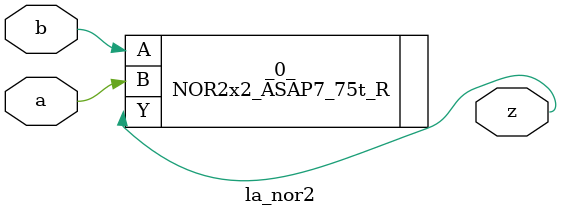
<source format=v>

/* Generated by Yosys 0.44 (git sha1 80ba43d26, g++ 11.4.0-1ubuntu1~22.04 -fPIC -O3) */

(* top =  1  *)
(* src = "generated" *)
(* keep_hierarchy *)
module la_nor2 (
    a,
    b,
    z
);
  (* src = "generated" *)
  input a;
  wire a;
  (* src = "generated" *)
  input b;
  wire b;
  (* src = "generated" *)
  output z;
  wire z;
  NOR2x2_ASAP7_75t_R _0_ (
      .A(b),
      .B(a),
      .Y(z)
  );
endmodule

</source>
